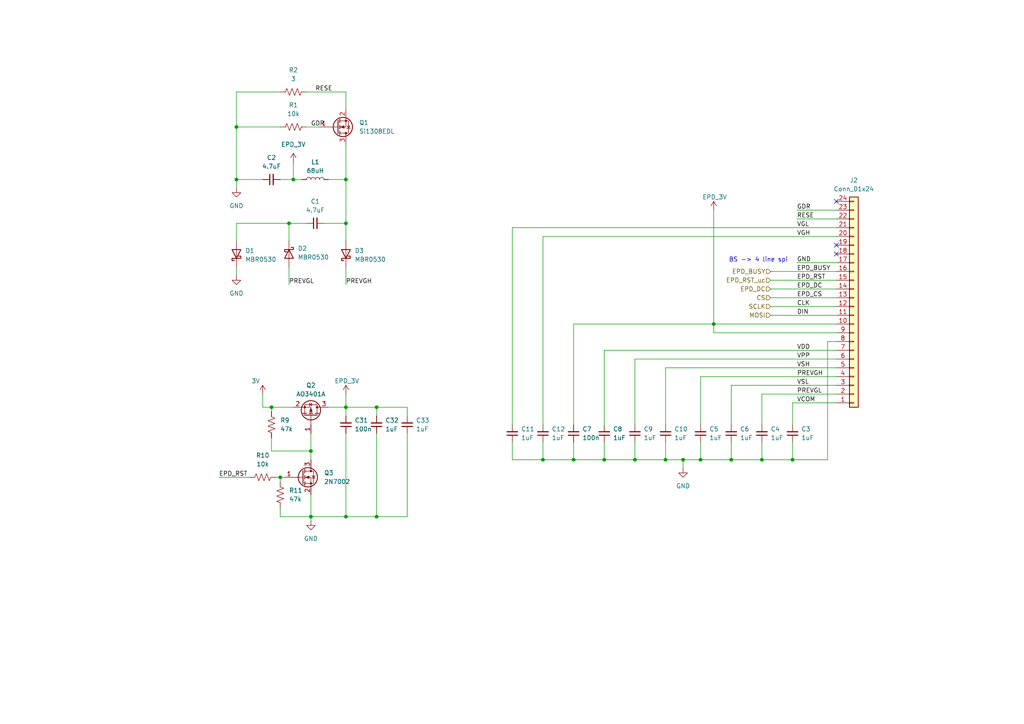
<source format=kicad_sch>
(kicad_sch (version 20231120) (generator "eeschema") (generator_version "8.0")
  (paper "A4")
  (lib_symbols
    (symbol "Connector_Generic:Conn_01x24" (pin_names (offset 1.016) hide)
      (property "Reference" "J" (at 0 30.48 0))
      (property "Value" "Conn_01x24" (at 0 -33.02 0))
      (symbol "Conn_01x24_1_1"
        (rectangle (start -1.27 -30.353) (end 0 -30.607) (stroke (width 0.1524)))
        (rectangle (start -1.27 -27.813) (end 0 -28.067) (stroke (width 0.1524)))
        (rectangle (start -1.27 -25.273) (end 0 -25.527) (stroke (width 0.1524)))
        (rectangle (start -1.27 -22.733) (end 0 -22.987) (stroke (width 0.1524)))
        (rectangle (start -1.27 -20.193) (end 0 -20.447) (stroke (width 0.1524)))
        (rectangle (start -1.27 -17.653) (end 0 -17.907) (stroke (width 0.1524)))
        (rectangle (start -1.27 -15.113) (end 0 -15.367) (stroke (width 0.1524)))
        (rectangle (start -1.27 -12.573) (end 0 -12.827) (stroke (width 0.1524)))
        (rectangle (start -1.27 -10.033) (end 0 -10.287) (stroke (width 0.1524)))
        (rectangle (start -1.27 -7.493) (end 0 -7.747) (stroke (width 0.1524)))
        (rectangle (start -1.27 -4.953) (end 0 -5.207) (stroke (width 0.1524)))
        (rectangle (start -1.27 -2.413) (end 0 -2.667) (stroke (width 0.1524)))
        (rectangle (start -1.27 0.127) (end 0 -0.127) (stroke (width 0.1524)))
        (rectangle (start -1.27 2.667) (end 0 2.413) (stroke (width 0.1524)))
        (rectangle (start -1.27 5.207) (end 0 4.953) (stroke (width 0.1524)))
        (rectangle (start -1.27 7.747) (end 0 7.493) (stroke (width 0.1524)))
        (rectangle (start -1.27 10.287) (end 0 10.033) (stroke (width 0.1524)))
        (rectangle (start -1.27 12.827) (end 0 12.573) (stroke (width 0.1524)))
        (rectangle (start -1.27 15.367) (end 0 15.113) (stroke (width 0.1524)))
        (rectangle (start -1.27 17.907) (end 0 17.653) (stroke (width 0.1524)))
        (rectangle (start -1.27 20.447) (end 0 20.193) (stroke (width 0.1524)))
        (rectangle (start -1.27 22.987) (end 0 22.733) (stroke (width 0.1524)))
        (rectangle (start -1.27 25.527) (end 0 25.273) (stroke (width 0.1524)))
        (rectangle (start -1.27 28.067) (end 0 27.813) (stroke (width 0.1524)))
        (rectangle (start -1.27 29.21) (end 1.27 -31.75) (stroke (width 0.254)) (fill (type background)))
        (pin passive line (at -5.08 27.94 0) (length 3.81) (name "Pin_1") (number "1"))
        (pin passive line (at -5.08 5.08 0) (length 3.81) (name "Pin_10") (number "10"))
        (pin passive line (at -5.08 2.54 0) (length 3.81) (name "Pin_11") (number "11"))
        (pin passive line (at -5.08 0 0) (length 3.81) (name "Pin_12") (number "12"))
        (pin passive line (at -5.08 -2.54 0) (length 3.81) (name "Pin_13") (number "13"))
        (pin passive line (at -5.08 -5.08 0) (length 3.81) (name "Pin_14") (number "14"))
        (pin passive line (at -5.08 -7.62 0) (length 3.81) (name "Pin_15") (number "15"))
        (pin passive line (at -5.08 -10.16 0) (length 3.81) (name "Pin_16") (number "16"))
        (pin passive line (at -5.08 -12.7 0) (length 3.81) (name "Pin_17") (number "17"))
        (pin passive line (at -5.08 -15.24 0) (length 3.81) (name "Pin_18") (number "18"))
        (pin passive line (at -5.08 -17.78 0) (length 3.81) (name "Pin_19") (number "19"))
        (pin passive line (at -5.08 25.4 0) (length 3.81) (name "Pin_2") (number "2"))
        (pin passive line (at -5.08 -20.32 0) (length 3.81) (name "Pin_20") (number "20"))
        (pin passive line (at -5.08 -22.86 0) (length 3.81) (name "Pin_21") (number "21"))
        (pin passive line (at -5.08 -25.4 0) (length 3.81) (name "Pin_22") (number "22"))
        (pin passive line (at -5.08 -27.94 0) (length 3.81) (name "Pin_23") (number "23"))
        (pin passive line (at -5.08 -30.48 0) (length 3.81) (name "Pin_24") (number "24"))
        (pin passive line (at -5.08 22.86 0) (length 3.81) (name "Pin_3") (number "3"))
        (pin passive line (at -5.08 20.32 0) (length 3.81) (name "Pin_4") (number "4"))
        (pin passive line (at -5.08 17.78 0) (length 3.81) (name "Pin_5") (number "5"))
        (pin passive line (at -5.08 15.24 0) (length 3.81) (name "Pin_6") (number "6"))
        (pin passive line (at -5.08 12.7 0) (length 3.81) (name "Pin_7") (number "7"))
        (pin passive line (at -5.08 10.16 0) (length 3.81) (name "Pin_8") (number "8"))
        (pin passive line (at -5.08 7.62 0) (length 3.81) (name "Pin_9") (number "9"))
      )
    )
    (symbol "Device:C_Small" (pin_numbers hide) (pin_names (offset 0.254) hide)
      (property "Reference" "C" (at 0.254 1.778 0))
      (property "Value" "C_Small" (at 0.254 -2.032 0))
      (symbol "C_Small_0_1"
        (polyline (pts (xy -1.524 -0.508) (xy 1.524 -0.508)) (stroke (width 0.3302)))
        (polyline (pts (xy -1.524 0.508) (xy 1.524 0.508)) (stroke (width 0.3048)))
      )
      (symbol "C_Small_1_1"
        (pin passive line (at 0 2.54 270) (length 2.032) (name "~") (number "1"))
        (pin passive line (at 0 -2.54 90) (length 2.032) (name "~") (number "2"))
      )
    )
    (symbol "Device:L" (pin_numbers hide) (pin_names (offset 1.016) hide)
      (property "Reference" "L" (at -1.27 0 90))
      (property "Value" "L" (at 1.905 0 90))
      (symbol "L_0_1"
        (arc (start 0 -2.54) (mid 0.6323 -1.905) (end 0 -1.27))
        (arc (start 0 -1.27) (mid 0.6323 -0.635) (end 0 0))
        (arc (start 0 0) (mid 0.6323 0.635) (end 0 1.27))
        (arc (start 0 1.27) (mid 0.6323 1.905) (end 0 2.54))
      )
      (symbol "L_1_1"
        (pin passive line (at 0 3.81 270) (length 1.27) (name "1") (number "1"))
        (pin passive line (at 0 -3.81 90) (length 1.27) (name "2") (number "2"))
      )
    )
    (symbol "Device:R_US" (pin_numbers hide) (pin_names (offset 0))
      (property "Reference" "R" (at 2.54 0 90))
      (property "Value" "R_US" (at -2.54 0 90))
      (symbol "R_US_0_1"
        (polyline (pts (xy 0 -2.286) (xy 0 -2.54)))
        (polyline (pts (xy 0 2.286) (xy 0 2.54)))
        (polyline (pts (xy 0 -0.762) (xy 1.016 -1.143) (xy 0 -1.524) (xy -1.016 -1.905) (xy 0 -2.286)))
        (polyline (pts (xy 0 0.762) (xy 1.016 0.381) (xy 0 0) (xy -1.016 -0.381) (xy 0 -0.762)))
        (polyline (pts (xy 0 2.286) (xy 1.016 1.905) (xy 0 1.524) (xy -1.016 1.143) (xy 0 0.762)))
      )
      (symbol "R_US_1_1"
        (pin passive line (at 0 3.81 270) (length 1.27) (name "~") (number "1"))
        (pin passive line (at 0 -3.81 90) (length 1.27) (name "~") (number "2"))
      )
    )
    (symbol "Diode:MBR0530" (pin_numbers hide) (pin_names (offset 1.016) hide)
      (property "Reference" "D" (at 0 2.54 0))
      (property "Value" "MBR0530" (at 0 -2.54 0))
      (symbol "MBR0530_0_1"
        (polyline (pts (xy 1.27 0) (xy -1.27 0)))
        (polyline (pts (xy 1.27 1.27) (xy 1.27 -1.27) (xy -1.27 0) (xy 1.27 1.27)) (stroke (width 0.254)))
        (polyline (pts (xy -1.905 0.635) (xy -1.905 1.27) (xy -1.27 1.27) (xy -1.27 -1.27) (xy -0.635 -1.27) (xy -0.635 -0.635)) (stroke (width 0.254)))
      )
      (symbol "MBR0530_1_1"
        (pin passive line (at -3.81 0 0) (length 2.54) (name "K") (number "1"))
        (pin passive line (at 3.81 0 180) (length 2.54) (name "A") (number "2"))
      )
    )
    (symbol "Transistor_FET:2N7002" (pin_names hide)
      (property "Reference" "Q" (at 5.08 1.905 0))
      (property "Value" "2N7002" (at 5.08 0 0))
      (symbol "2N7002_0_1"
        (polyline (pts (xy 0.254 0) (xy -2.54 0)))
        (polyline (pts (xy 0.254 1.905) (xy 0.254 -1.905)) (stroke (width 0.254)))
        (polyline (pts (xy 0.762 -1.27) (xy 0.762 -2.286)) (stroke (width 0.254)))
        (polyline (pts (xy 0.762 0.508) (xy 0.762 -0.508)) (stroke (width 0.254)))
        (polyline (pts (xy 0.762 2.286) (xy 0.762 1.27)) (stroke (width 0.254)))
        (polyline (pts (xy 2.54 2.54) (xy 2.54 1.778)))
        (polyline (pts (xy 2.54 -2.54) (xy 2.54 0) (xy 0.762 0)))
        (polyline (pts (xy 0.762 -1.778) (xy 3.302 -1.778) (xy 3.302 1.778) (xy 0.762 1.778)))
        (polyline (pts (xy 1.016 0) (xy 2.032 0.381) (xy 2.032 -0.381) (xy 1.016 0)) (fill (type outline)))
        (polyline (pts (xy 2.794 0.508) (xy 2.921 0.381) (xy 3.683 0.381) (xy 3.81 0.254)))
        (polyline (pts (xy 3.302 0.381) (xy 2.921 -0.254) (xy 3.683 -0.254) (xy 3.302 0.381)))
        (circle (center 1.651 0) (radius 2.794) (stroke (width 0.254)))
        (circle (center 2.54 -1.778) (radius 0.254) (fill (type outline)))
        (circle (center 2.54 1.778) (radius 0.254) (fill (type outline)))
      )
      (symbol "2N7002_1_1"
        (pin input line (at -5.08 0 0) (length 2.54) (name "G") (number "1"))
        (pin passive line (at 2.54 -5.08 90) (length 2.54) (name "S") (number "2"))
        (pin passive line (at 2.54 5.08 270) (length 2.54) (name "D") (number "3"))
      )
    )
    (symbol "Transistor_FET:AO3401A" (pin_names hide)
      (property "Reference" "Q" (at 5.08 1.905 0))
      (property "Value" "AO3401A" (at 5.08 0 0))
      (symbol "AO3401A_0_1"
        (polyline (pts (xy 0.254 0) (xy -2.54 0)))
        (polyline (pts (xy 0.254 1.905) (xy 0.254 -1.905)) (stroke (width 0.254)))
        (polyline (pts (xy 0.762 -1.27) (xy 0.762 -2.286)) (stroke (width 0.254)))
        (polyline (pts (xy 0.762 0.508) (xy 0.762 -0.508)) (stroke (width 0.254)))
        (polyline (pts (xy 0.762 2.286) (xy 0.762 1.27)) (stroke (width 0.254)))
        (polyline (pts (xy 2.54 2.54) (xy 2.54 1.778)))
        (polyline (pts (xy 2.54 -2.54) (xy 2.54 0) (xy 0.762 0)))
        (polyline (pts (xy 0.762 1.778) (xy 3.302 1.778) (xy 3.302 -1.778) (xy 0.762 -1.778)))
        (polyline (pts (xy 2.286 0) (xy 1.27 0.381) (xy 1.27 -0.381) (xy 2.286 0)) (fill (type outline)))
        (polyline (pts (xy 2.794 -0.508) (xy 2.921 -0.381) (xy 3.683 -0.381) (xy 3.81 -0.254)))
        (polyline (pts (xy 3.302 -0.381) (xy 2.921 0.254) (xy 3.683 0.254) (xy 3.302 -0.381)))
        (circle (center 1.651 0) (radius 2.794) (stroke (width 0.254)))
        (circle (center 2.54 -1.778) (radius 0.254) (fill (type outline)))
        (circle (center 2.54 1.778) (radius 0.254) (fill (type outline)))
      )
      (symbol "AO3401A_1_1"
        (pin input line (at -5.08 0 0) (length 2.54) (name "G") (number "1"))
        (pin passive line (at 2.54 -5.08 90) (length 2.54) (name "S") (number "2"))
        (pin passive line (at 2.54 5.08 270) (length 2.54) (name "D") (number "3"))
      )
    )
    (symbol "Transistor_FET:Si1308EDL" (pin_names hide)
      (property "Reference" "Q" (at 5.08 1.905 0))
      (property "Value" "Si1308EDL" (at 5.08 0 0))
      (symbol "Si1308EDL_0_1"
        (polyline (pts (xy 0.254 0) (xy -2.54 0)))
        (polyline (pts (xy 0.254 1.905) (xy 0.254 -1.905)) (stroke (width 0.254)))
        (polyline (pts (xy 0.762 -1.27) (xy 0.762 -2.286)) (stroke (width 0.254)))
        (polyline (pts (xy 0.762 0.508) (xy 0.762 -0.508)) (stroke (width 0.254)))
        (polyline (pts (xy 0.762 2.286) (xy 0.762 1.27)) (stroke (width 0.254)))
        (polyline (pts (xy 2.54 2.54) (xy 2.54 1.778)))
        (polyline (pts (xy 2.54 -2.54) (xy 2.54 0) (xy 0.762 0)))
        (polyline (pts (xy 0.762 -1.778) (xy 3.302 -1.778) (xy 3.302 1.778) (xy 0.762 1.778)))
        (polyline (pts (xy 1.016 0) (xy 2.032 0.381) (xy 2.032 -0.381) (xy 1.016 0)) (fill (type outline)))
        (polyline (pts (xy 2.794 0.508) (xy 2.921 0.381) (xy 3.683 0.381) (xy 3.81 0.254)))
        (polyline (pts (xy 3.302 0.381) (xy 2.921 -0.254) (xy 3.683 -0.254) (xy 3.302 0.381)))
        (circle (center 1.651 0) (radius 2.794) (stroke (width 0.254)))
        (circle (center 2.54 -1.778) (radius 0.254) (fill (type outline)))
        (circle (center 2.54 1.778) (radius 0.254) (fill (type outline)))
      )
      (symbol "Si1308EDL_1_1"
        (pin input line (at -5.08 0 0) (length 2.54) (name "G") (number "1"))
        (pin passive line (at 2.54 -5.08 90) (length 2.54) (name "S") (number "2"))
        (pin passive line (at 2.54 5.08 270) (length 2.54) (name "D") (number "3"))
      )
    )
    (symbol "power:+3V0" (power) (pin_numbers hide) (pin_names (offset 0) hide)
      (property "Value" "+3V0" (at 0 3.556 0))
      (symbol "+3V0_0_1"
        (polyline (pts (xy -0.762 1.27) (xy 0 2.54)))
        (polyline (pts (xy 0 0) (xy 0 2.54)))
        (polyline (pts (xy 0 2.54) (xy 0.762 1.27)))
      )
      (symbol "+3V0_1_1"
        (pin power_in line (at 0 0 90) (length 0) (name "~") (number "1"))
      )
    )
    (symbol "power:GND" (power) (pin_numbers hide) (pin_names (offset 0) hide)
      (property "Value" "GND" (at 0 -3.81 0))
      (symbol "GND_0_1"
        (polyline (pts (xy 0 0) (xy 0 -1.27) (xy 1.27 -1.27) (xy 0 -2.54) (xy -1.27 -1.27) (xy 0 -1.27)))
      )
      (symbol "GND_1_1"
        (pin power_in line (at 0 0 270) (length 0) (name "~") (number "1"))
      )
    )
  )
  (junction (at 207.01 93.98))
  (junction (at 100.33 118.11))
  (junction (at 100.33 149.86))
  (junction (at 203.2 133.35))
  (junction (at 109.22 149.86))
  (junction (at 78.74 118.11))
  (junction (at 81.28 138.43))
  (junction (at 184.15 133.35))
  (junction (at 166.37 133.35))
  (junction (at 109.22 118.11))
  (junction (at 212.09 133.35))
  (junction (at 83.82 64.77))
  (junction (at 90.17 130.81))
  (junction (at 68.58 36.83))
  (junction (at 68.58 52.07))
  (junction (at 198.12 133.35))
  (junction (at 90.17 149.86))
  (junction (at 85.09 52.07))
  (junction (at 229.87 133.35))
  (junction (at 175.26 133.35))
  (junction (at 157.48 133.35))
  (junction (at 100.33 52.07))
  (junction (at 220.98 133.35))
  (junction (at 193.04 133.35))
  (junction (at 100.33 64.77))
  (no_connect (at 242.57 71.12))
  (no_connect (at 242.57 58.42))
  (no_connect (at 242.57 73.66))
  (wire (pts (xy 118.11 149.86) (xy 109.22 149.86)))
  (wire (pts (xy 90.17 149.86) (xy 90.17 151.13)))
  (wire (pts (xy 78.74 127) (xy 78.74 130.81)))
  (wire (pts (xy 148.59 66.04) (xy 242.57 66.04)))
  (wire (pts (xy 207.01 93.98) (xy 207.01 96.52)))
  (wire (pts (xy 63.5 138.43) (xy 72.39 138.43)))
  (wire (pts (xy 81.28 147.32) (xy 81.28 149.86)))
  (wire (pts (xy 193.04 128.27) (xy 193.04 133.35)))
  (wire (pts (xy 85.09 46.99) (xy 85.09 52.07)))
  (wire (pts (xy 148.59 128.27) (xy 148.59 133.35)))
  (wire (pts (xy 212.09 128.27) (xy 212.09 133.35)))
  (wire (pts (xy 223.52 81.28) (xy 242.57 81.28)))
  (wire (pts (xy 80.01 138.43) (xy 81.28 138.43)))
  (wire (pts (xy 220.98 114.3) (xy 220.98 123.19)))
  (wire (pts (xy 76.2 114.3) (xy 76.2 118.11)))
  (wire (pts (xy 166.37 133.35) (xy 175.26 133.35)))
  (wire (pts (xy 83.82 64.77) (xy 83.82 69.85)))
  (wire (pts (xy 83.82 64.77) (xy 88.9 64.77)))
  (wire (pts (xy 78.74 118.11) (xy 85.09 118.11)))
  (wire (pts (xy 109.22 125.73) (xy 109.22 149.86)))
  (wire (pts (xy 198.12 133.35) (xy 203.2 133.35)))
  (wire (pts (xy 229.87 123.19) (xy 229.87 116.84)))
  (wire (pts (xy 203.2 133.35) (xy 212.09 133.35)))
  (wire (pts (xy 242.57 99.06) (xy 240.03 99.06)))
  (wire (pts (xy 95.25 118.11) (xy 100.33 118.11)))
  (wire (pts (xy 68.58 77.47) (xy 68.58 80.01)))
  (wire (pts (xy 223.52 91.44) (xy 242.57 91.44)))
  (wire (pts (xy 212.09 111.76) (xy 212.09 123.19)))
  (wire (pts (xy 118.11 118.11) (xy 109.22 118.11)))
  (wire (pts (xy 184.15 104.14) (xy 184.15 123.19)))
  (wire (pts (xy 109.22 149.86) (xy 100.33 149.86)))
  (wire (pts (xy 207.01 60.96) (xy 207.01 93.98)))
  (wire (pts (xy 231.14 63.5) (xy 242.57 63.5)))
  (wire (pts (xy 100.33 120.65) (xy 100.33 118.11)))
  (wire (pts (xy 242.57 101.6) (xy 175.26 101.6)))
  (wire (pts (xy 223.52 86.36) (xy 242.57 86.36)))
  (wire (pts (xy 100.33 64.77) (xy 100.33 69.85)))
  (wire (pts (xy 88.9 26.67) (xy 100.33 26.67)))
  (wire (pts (xy 242.57 111.76) (xy 212.09 111.76)))
  (wire (pts (xy 90.17 143.51) (xy 90.17 149.86)))
  (wire (pts (xy 68.58 26.67) (xy 68.58 36.83)))
  (wire (pts (xy 90.17 130.81) (xy 90.17 125.73)))
  (wire (pts (xy 68.58 69.85) (xy 68.58 64.77)))
  (wire (pts (xy 68.58 52.07) (xy 76.2 52.07)))
  (wire (pts (xy 223.52 88.9) (xy 242.57 88.9)))
  (wire (pts (xy 229.87 116.84) (xy 242.57 116.84)))
  (wire (pts (xy 242.57 114.3) (xy 220.98 114.3)))
  (wire (pts (xy 118.11 120.65) (xy 118.11 118.11)))
  (wire (pts (xy 203.2 109.22) (xy 203.2 123.19)))
  (wire (pts (xy 175.26 101.6) (xy 175.26 123.19)))
  (wire (pts (xy 90.17 130.81) (xy 90.17 133.35)))
  (wire (pts (xy 184.15 128.27) (xy 184.15 133.35)))
  (wire (pts (xy 93.98 64.77) (xy 100.33 64.77)))
  (wire (pts (xy 193.04 123.19) (xy 193.04 106.68)))
  (wire (pts (xy 223.52 83.82) (xy 242.57 83.82)))
  (wire (pts (xy 157.48 68.58) (xy 242.57 68.58)))
  (wire (pts (xy 198.12 133.35) (xy 198.12 135.89)))
  (wire (pts (xy 148.59 133.35) (xy 157.48 133.35)))
  (wire (pts (xy 175.26 128.27) (xy 175.26 133.35)))
  (wire (pts (xy 68.58 64.77) (xy 83.82 64.77)))
  (wire (pts (xy 100.33 52.07) (xy 100.33 64.77)))
  (wire (pts (xy 242.57 104.14) (xy 184.15 104.14)))
  (wire (pts (xy 100.33 41.91) (xy 100.33 52.07)))
  (wire (pts (xy 100.33 114.3) (xy 100.33 118.11)))
  (wire (pts (xy 193.04 106.68) (xy 242.57 106.68)))
  (wire (pts (xy 166.37 93.98) (xy 207.01 93.98)))
  (wire (pts (xy 184.15 133.35) (xy 193.04 133.35)))
  (wire (pts (xy 118.11 125.73) (xy 118.11 149.86)))
  (wire (pts (xy 78.74 119.38) (xy 78.74 118.11)))
  (wire (pts (xy 81.28 149.86) (xy 90.17 149.86)))
  (wire (pts (xy 148.59 66.04) (xy 148.59 123.19)))
  (wire (pts (xy 100.33 125.73) (xy 100.33 149.86)))
  (wire (pts (xy 220.98 133.35) (xy 229.87 133.35)))
  (wire (pts (xy 85.09 52.07) (xy 87.63 52.07)))
  (wire (pts (xy 166.37 128.27) (xy 166.37 133.35)))
  (wire (pts (xy 166.37 93.98) (xy 166.37 123.19)))
  (wire (pts (xy 157.48 128.27) (xy 157.48 133.35)))
  (wire (pts (xy 203.2 128.27) (xy 203.2 133.35)))
  (wire (pts (xy 207.01 93.98) (xy 242.57 93.98)))
  (wire (pts (xy 100.33 82.55) (xy 100.33 77.47)))
  (wire (pts (xy 212.09 133.35) (xy 220.98 133.35)))
  (wire (pts (xy 95.25 52.07) (xy 100.33 52.07)))
  (wire (pts (xy 109.22 120.65) (xy 109.22 118.11)))
  (wire (pts (xy 157.48 133.35) (xy 166.37 133.35)))
  (wire (pts (xy 242.57 109.22) (xy 203.2 109.22)))
  (wire (pts (xy 223.52 78.74) (xy 242.57 78.74)))
  (wire (pts (xy 220.98 128.27) (xy 220.98 133.35)))
  (wire (pts (xy 100.33 149.86) (xy 90.17 149.86)))
  (wire (pts (xy 78.74 130.81) (xy 90.17 130.81)))
  (wire (pts (xy 76.2 118.11) (xy 78.74 118.11)))
  (wire (pts (xy 229.87 133.35) (xy 229.87 128.27)))
  (wire (pts (xy 175.26 133.35) (xy 184.15 133.35)))
  (wire (pts (xy 100.33 26.67) (xy 100.33 31.75)))
  (wire (pts (xy 240.03 99.06) (xy 240.03 133.35)))
  (wire (pts (xy 231.14 76.2) (xy 242.57 76.2)))
  (wire (pts (xy 81.28 52.07) (xy 85.09 52.07)))
  (wire (pts (xy 109.22 118.11) (xy 100.33 118.11)))
  (wire (pts (xy 81.28 36.83) (xy 68.58 36.83)))
  (wire (pts (xy 68.58 36.83) (xy 68.58 52.07)))
  (wire (pts (xy 81.28 138.43) (xy 81.28 139.7)))
  (wire (pts (xy 240.03 133.35) (xy 229.87 133.35)))
  (wire (pts (xy 81.28 138.43) (xy 82.55 138.43)))
  (wire (pts (xy 231.14 60.96) (xy 242.57 60.96)))
  (wire (pts (xy 207.01 96.52) (xy 242.57 96.52)))
  (wire (pts (xy 157.48 123.19) (xy 157.48 68.58)))
  (wire (pts (xy 88.9 36.83) (xy 92.71 36.83)))
  (wire (pts (xy 68.58 54.61) (xy 68.58 52.07)))
  (wire (pts (xy 193.04 133.35) (xy 198.12 133.35)))
  (wire (pts (xy 81.28 26.67) (xy 68.58 26.67)))
  (wire (pts (xy 83.82 82.55) (xy 83.82 77.47)))
  (text "BS -> 4 line spi" (at 219.964 75.438 0) (effects (font (size 1.27 1.27))))
  (label "EPD_CS" (at 231.14 86.36 0))
  (label "EPD_RST" (at 231.14 81.28 0))
  (label "GDR" (at 90.17 36.83 0))
  (label "PREVGL" (at 83.82 82.55 0))
  (label "GDR" (at 231.14 60.96 0))
  (label "RESE" (at 91.44 26.67 0))
  (label "PREVGH" (at 231.14 109.22 0))
  (label "VCOM" (at 231.14 116.84 0))
  (label "VSL" (at 231.14 111.76 0))
  (label "VGH" (at 231.14 68.58 0))
  (label "VPP" (at 231.14 104.14 0))
  (label "VSH" (at 231.14 106.68 0))
  (label "VGL" (at 231.14 66.04 0))
  (label "PREVGL" (at 231.14 114.3 0))
  (label "RESE" (at 231.14 63.5 0))
  (label "PREVGH" (at 100.33 82.55 0))
  (label "EPD_RST" (at 63.5 138.43 0))
  (label "DIN" (at 231.14 91.44 0))
  (label "EPD_BUSY" (at 231.14 78.74 0))
  (label "VDD" (at 231.14 101.6 0))
  (label "GND" (at 231.14 76.2 0))
  (label "EPD_DC" (at 231.14 83.82 0))
  (label "CLK" (at 231.14 88.9 0))
  (hierarchical_label "EPD_BUSY" (shape input) (at 223.52 78.74 180))
  (hierarchical_label "SCLK" (shape input) (at 223.52 88.9 180))
  (hierarchical_label "EPD_DC" (shape input) (at 223.52 83.82 180))
  (hierarchical_label "CS" (shape input) (at 223.52 86.36 180))
  (hierarchical_label "EPD_RST_uc" (shape input) (at 223.52 81.28 180))
  (hierarchical_label "MOSI" (shape input) (at 223.52 91.44 180))
  (symbol (lib_id "Device:C_Small") (at 157.48 125.73 180) (unit 1)
    (property "Reference" "C12" (at 160.02 124.4535 0) (effects (justify right)))
    (property "Value" "1uF" (at 160.02 126.9935 0) (effects (justify right)))
    (property "Footprint" "Capacitor_SMD:C_0402_1005Metric" (effects (hide yes)))
    (property "Description" "Unpolarized capacitor, small symbol" (effects (hide yes)))
    (property "MPN" " C52923" (effects (hide yes)))
  )
  (symbol (lib_id "power:GND") (at 90.17 151.13 0) (unit 1)
    (property "Reference" "#PWR029" (effects (hide yes)))
    (property "Value" "GND" (at 90.17 156.21 0))
    (property "Description" "Power symbol creates a global label with name \"GND\" , ground" (effects (hide yes)))
  )
  (symbol (lib_id "power:+3V0") (at 100.33 114.3 0) (unit 1)
    (property "Reference" "#PWR030" (effects (hide yes)))
    (property "Value" "EPD_3V" (at 97.028 110.49 0) (effects (justify left)))
    (property "Description" "Power symbol creates a global label with name \"+3V0\"" (effects (hide yes)))
  )
  (symbol (lib_id "Device:C_Small") (at 193.04 125.73 180) (unit 1)
    (property "Reference" "C10" (at 195.58 124.4535 0) (effects (justify right)))
    (property "Value" "1uF" (at 195.58 126.9935 0) (effects (justify right)))
    (property "Footprint" "Capacitor_SMD:C_0402_1005Metric" (effects (hide yes)))
    (property "Description" "Unpolarized capacitor, small symbol" (effects (hide yes)))
    (property "MPN" " C52923" (effects (hide yes)))
  )
  (symbol (lib_id "Device:C_Small") (at 109.22 123.19 180) (unit 1)
    (property "Reference" "C32" (at 111.76 121.9135 0) (effects (justify right)))
    (property "Value" "1uF" (at 111.76 124.4535 0) (effects (justify right)))
    (property "Footprint" "Capacitor_SMD:C_0402_1005Metric" (effects (hide yes)))
    (property "Description" "Unpolarized capacitor, small symbol" (effects (hide yes)))
    (property "MPN" " C52923" (effects (hide yes)))
  )
  (symbol (lib_id "power:+3V0") (at 207.01 60.96 0) (unit 1)
    (property "Reference" "#PWR05" (effects (hide yes)))
    (property "Value" "EPD_3V" (at 203.708 57.15 0) (effects (justify left)))
    (property "Description" "Power symbol creates a global label with name \"+3V0\"" (effects (hide yes)))
  )
  (symbol (lib_id "Device:C_Small") (at 91.44 64.77 90) (unit 1)
    (property "Reference" "C1" (at 91.4463 58.42 90))
    (property "Value" "4.7uF" (at 91.4463 60.96 90))
    (property "Footprint" "Capacitor_SMD:C_0805_2012Metric" (effects (hide yes)))
    (property "Description" "Unpolarized capacitor, small symbol" (effects (hide yes)))
    (property "MPN" "C98192" (effects (hide yes)))
  )
  (symbol (lib_id "Diode:MBR0530") (at 83.82 73.66 270) (unit 1)
    (property "Reference" "D2" (at 86.36 72.0724 90) (effects (justify left)))
    (property "Value" "MBR0530" (at 86.36 74.6124 90) (effects (justify left)))
    (property "Footprint" "Diode_SMD:D_SOD-123" (effects (hide yes)))
    (property "Datasheet" "http://www.mccsemi.com/up_pdf/MBR0520~MBR0580(SOD123).pdf" (effects (hide yes)))
    (property "Description" "30V 0.5A Schottky Power Rectifier Diode, SOD-123" (effects (hide yes)))
    (property "MPN" "C475718" (effects (hide yes)))
  )
  (symbol (lib_id "Device:R_US") (at 81.28 143.51 180) (unit 1)
    (property "Reference" "R11" (at 83.82 142.2399 0) (effects (justify right)))
    (property "Value" "47k" (at 83.82 144.7799 0) (effects (justify right)))
    (property "Footprint" "Resistor_SMD:R_0402_1005Metric" (effects (hide yes)))
    (property "Description" "Resistor, US symbol" (effects (hide yes)))
    (property "MPN" " C25792" (effects (hide yes)))
  )
  (symbol (lib_id "Device:C_Small") (at 175.26 125.73 180) (unit 1)
    (property "Reference" "C8" (at 177.8 124.4535 0) (effects (justify right)))
    (property "Value" "1uF" (at 177.8 126.9935 0) (effects (justify right)))
    (property "Footprint" "Capacitor_SMD:C_0402_1005Metric" (effects (hide yes)))
    (property "Description" "Unpolarized capacitor, small symbol" (effects (hide yes)))
    (property "MPN" " C52923" (effects (hide yes)))
  )
  (symbol (lib_id "Device:C_Small") (at 118.11 123.19 180) (unit 1)
    (property "Reference" "C33" (at 120.65 121.9135 0) (effects (justify right)))
    (property "Value" "1uF" (at 120.65 124.4535 0) (effects (justify right)))
    (property "Footprint" "Capacitor_SMD:C_0402_1005Metric" (effects (hide yes)))
    (property "Description" "Unpolarized capacitor, small symbol" (effects (hide yes)))
    (property "MPN" " C52923" (effects (hide yes)))
  )
  (symbol (lib_id "Transistor_FET:2N7002") (at 87.63 138.43 0) (unit 1)
    (property "Reference" "Q3" (at 93.98 137.1599 0) (effects (justify left)))
    (property "Value" "2N7002" (at 93.98 139.6999 0) (effects (justify left)))
    (property "Footprint" "Package_TO_SOT_SMD:SOT-23" (effects (hide yes)))
    (property "Datasheet" "https://www.onsemi.com/pub/Collateral/NDS7002A-D.PDF" (effects (hide yes)))
    (property "Description" "0.115A Id, 60V Vds, N-Channel MOSFET, SOT-23" (effects (hide yes)))
    (property "MPN" "C8545" (effects (hide yes)))
  )
  (symbol (lib_id "Device:L") (at 91.44 52.07 90) (unit 1)
    (property "Reference" "L1" (at 91.44 46.99 90))
    (property "Value" "68uH" (at 91.44 49.53 90))
    (property "Footprint" "Inductor_SMD:L_1812_4532Metric" (effects (hide yes)))
    (property "Description" "Inductor" (effects (hide yes)))
    (property "MPN" " C394131" (effects (hide yes)))
  )
  (symbol (lib_id "Diode:MBR0530") (at 68.58 73.66 90) (unit 1)
    (property "Reference" "D1" (at 71.12 72.7074 90) (effects (justify right)))
    (property "Value" "MBR0530" (at 71.12 75.2474 90) (effects (justify right)))
    (property "Footprint" "Diode_SMD:D_SOD-123" (effects (hide yes)))
    (property "Datasheet" "http://www.mccsemi.com/up_pdf/MBR0520~MBR0580(SOD123).pdf" (effects (hide yes)))
    (property "Description" "30V 0.5A Schottky Power Rectifier Diode, SOD-123" (effects (hide yes)))
    (property "MPN" "C475718" (effects (hide yes)))
  )
  (symbol (lib_id "Transistor_FET:Si1308EDL") (at 97.79 36.83 0) (mirror x) (unit 1)
    (property "Reference" "Q1" (at 104.14 35.5599 0) (effects (justify left)))
    (property "Value" "Si1308EDL" (at 104.14 38.0999 0) (effects (justify left)))
    (property "Footprint" "Package_TO_SOT_SMD:SOT-323_SC-70" (effects (hide yes)))
    (property "Datasheet" "https://www.vishay.com/docs/63399/si1308edl.pdf" (effects (hide yes)))
    (property "Description" "30V Vds, 1.4A Id, N-Channel MOSFET, SC-70" (effects (hide yes)))
    (property "MPN" "C4355112" (effects (hide yes)))
  )
  (symbol (lib_id "Device:R_US") (at 78.74 123.19 180) (unit 1)
    (property "Reference" "R9" (at 81.28 121.9199 0) (effects (justify right)))
    (property "Value" "47k" (at 81.28 124.4599 0) (effects (justify right)))
    (property "Footprint" "Resistor_SMD:R_0402_1005Metric" (effects (hide yes)))
    (property "Description" "Resistor, US symbol" (effects (hide yes)))
    (property "MPN" " C25792" (effects (hide yes)))
  )
  (symbol (lib_id "Transistor_FET:AO3401A") (at 90.17 120.65 270) (mirror x) (unit 1)
    (property "Reference" "Q2" (at 90.17 111.76 90))
    (property "Value" "AO3401A" (at 90.17 114.3 90))
    (property "Footprint" "Package_TO_SOT_SMD:SOT-23" (effects (hide yes)))
    (property "Datasheet" "http://www.aosmd.com/pdfs/datasheet/AO3401A.pdf" (effects (hide yes)))
    (property "Description" "-4.0A Id, -30V Vds, P-Channel MOSFET, SOT-23" (effects (hide yes)))
    (property "MPN" "C15127" (effects (hide yes)))
  )
  (symbol (lib_id "power:GND") (at 68.58 54.61 0) (unit 1)
    (property "Reference" "#PWR02" (effects (hide yes)))
    (property "Value" "GND" (at 68.58 59.69 0))
    (property "Description" "Power symbol creates a global label with name \"GND\" , ground" (effects (hide yes)))
  )
  (symbol (lib_id "Device:C_Small") (at 229.87 125.73 180) (unit 1)
    (property "Reference" "C3" (at 232.41 124.4535 0) (effects (justify right)))
    (property "Value" "1uF" (at 232.41 126.9935 0) (effects (justify right)))
    (property "Footprint" "Capacitor_SMD:C_0402_1005Metric" (effects (hide yes)))
    (property "Description" "Unpolarized capacitor, small symbol" (effects (hide yes)))
    (property "MPN" " C52923" (effects (hide yes)))
  )
  (symbol (lib_id "Device:R_US") (at 76.2 138.43 270) (unit 1)
    (property "Reference" "R10" (at 76.2 132.08 90))
    (property "Value" "10k" (at 76.2 134.62 90))
    (property "Footprint" "Resistor_SMD:R_0402_1005Metric" (effects (hide yes)))
    (property "Description" "Resistor, US symbol" (effects (hide yes)))
    (property "MPN" "C25744" (effects (hide yes)))
  )
  (symbol (lib_id "Device:R_US") (at 85.09 36.83 90) (unit 1)
    (property "Reference" "R1" (at 85.09 30.48 90))
    (property "Value" "10k" (at 85.09 33.02 90))
    (property "Footprint" "Resistor_SMD:R_0402_1005Metric" (effects (hide yes)))
    (property "Description" "Resistor, US symbol" (effects (hide yes)))
    (property "MPN" "C25744" (effects (hide yes)))
  )
  (symbol (lib_id "power:GND") (at 198.12 135.89 0) (unit 1)
    (property "Reference" "#PWR03" (effects (hide yes)))
    (property "Value" "GND" (at 198.12 140.97 0))
    (property "Description" "Power symbol creates a global label with name \"GND\" , ground" (effects (hide yes)))
  )
  (symbol (lib_id "Connector_Generic:Conn_01x24") (at 247.65 88.9 0) (mirror x) (unit 1)
    (property "Reference" "J2" (at 247.65 52.2809 0))
    (property "Value" "Conn_01x24" (at 247.65 54.8209 0))
    (property "Footprint" "Connector_FFC-FPC:Hirose_FH12-24S-0.5SH_1x24-1MP_P0.50mm_Horizontal" (effects (hide yes)))
    (property "Description" "Generic connector, single row, 01x24, script generated (kicad-library-utils/schlib/autogen/connector/)" (effects (hide yes)))
    (property "MPN" "C262669" (effects (hide yes)))
  )
  (symbol (lib_id "Device:C_Small") (at 220.98 125.73 180) (unit 1)
    (property "Reference" "C4" (at 223.52 124.4535 0) (effects (justify right)))
    (property "Value" "1uF" (at 223.52 126.9935 0) (effects (justify right)))
    (property "Footprint" "Capacitor_SMD:C_0402_1005Metric" (effects (hide yes)))
    (property "Description" "Unpolarized capacitor, small symbol" (effects (hide yes)))
    (property "MPN" " C52923" (effects (hide yes)))
  )
  (symbol (lib_id "Device:R_US") (at 85.09 26.67 90) (unit 1)
    (property "Reference" "R2" (at 85.09 20.32 90))
    (property "Value" "3" (at 85.09 22.86 90))
    (property "Footprint" "Resistor_SMD:R_0402_1005Metric" (effects (hide yes)))
    (property "Description" "Resistor, US symbol" (effects (hide yes)))
    (property "MPN" "C321178" (effects (hide yes)))
  )
  (symbol (lib_id "power:+3V0") (at 85.09 46.99 0) (unit 1)
    (property "Reference" "#PWR04" (effects (hide yes)))
    (property "Value" "EPD_3V" (at 85.09 41.91 0))
    (property "Description" "Power symbol creates a global label with name \"+3V0\"" (effects (hide yes)))
  )
  (symbol (lib_id "Device:C_Small") (at 203.2 125.73 180) (unit 1)
    (property "Reference" "C5" (at 205.74 124.4535 0) (effects (justify right)))
    (property "Value" "1uF" (at 205.74 126.9935 0) (effects (justify right)))
    (property "Footprint" "Capacitor_SMD:C_0402_1005Metric" (effects (hide yes)))
    (property "Description" "Unpolarized capacitor, small symbol" (effects (hide yes)))
    (property "MPN" " C52923" (effects (hide yes)))
  )
  (symbol (lib_id "Device:C_Small") (at 100.33 123.19 180) (unit 1)
    (property "Reference" "C31" (at 102.87 121.9135 0) (effects (justify right)))
    (property "Value" "100n" (at 102.87 124.4535 0) (effects (justify right)))
    (property "Footprint" "Capacitor_SMD:C_0402_1005Metric" (effects (hide yes)))
    (property "Description" "Unpolarized capacitor, small symbol" (effects (hide yes)))
    (property "MPN" "C307331" (effects (hide yes)))
  )
  (symbol (lib_id "Device:C_Small") (at 78.74 52.07 90) (unit 1)
    (property "Reference" "C2" (at 78.7463 45.72 90))
    (property "Value" "4.7uF" (at 78.7463 48.26 90))
    (property "Footprint" "Capacitor_SMD:C_0402_1005Metric" (effects (hide yes)))
    (property "Description" "Unpolarized capacitor, small symbol" (effects (hide yes)))
    (property "MPN" " C23733" (effects (hide yes)))
  )
  (symbol (lib_id "Device:C_Small") (at 166.37 125.73 180) (unit 1)
    (property "Reference" "C7" (at 168.91 124.4535 0) (effects (justify right)))
    (property "Value" "100n" (at 168.91 126.9935 0) (effects (justify right)))
    (property "Footprint" "Capacitor_SMD:C_0402_1005Metric" (effects (hide yes)))
    (property "Description" "Unpolarized capacitor, small symbol" (effects (hide yes)))
    (property "MPN" "C307331" (effects (hide yes)))
  )
  (symbol (lib_id "Device:C_Small") (at 212.09 125.73 180) (unit 1)
    (property "Reference" "C6" (at 214.63 124.4535 0) (effects (justify right)))
    (property "Value" "1uF" (at 214.63 126.9935 0) (effects (justify right)))
    (property "Footprint" "Capacitor_SMD:C_0402_1005Metric" (effects (hide yes)))
    (property "Description" "Unpolarized capacitor, small symbol" (effects (hide yes)))
    (property "MPN" " C52923" (effects (hide yes)))
  )
  (symbol (lib_id "Diode:MBR0530") (at 100.33 73.66 90) (unit 1)
    (property "Reference" "D3" (at 102.87 72.7074 90) (effects (justify right)))
    (property "Value" "MBR0530" (at 102.87 75.2474 90) (effects (justify right)))
    (property "Footprint" "Diode_SMD:D_SOD-123" (effects (hide yes)))
    (property "Datasheet" "http://www.mccsemi.com/up_pdf/MBR0520~MBR0580(SOD123).pdf" (effects (hide yes)))
    (property "Description" "30V 0.5A Schottky Power Rectifier Diode, SOD-123" (effects (hide yes)))
    (property "MPN" "C475718" (effects (hide yes)))
  )
  (symbol (lib_id "power:GND") (at 68.58 80.01 0) (unit 1)
    (property "Reference" "#PWR01" (effects (hide yes)))
    (property "Value" "GND" (at 68.58 85.09 0))
    (property "Description" "Power symbol creates a global label with name \"GND\" , ground" (effects (hide yes)))
  )
  (symbol (lib_id "Device:C_Small") (at 184.15 125.73 180) (unit 1)
    (property "Reference" "C9" (at 186.69 124.4535 0) (effects (justify right)))
    (property "Value" "1uF" (at 186.69 126.9935 0) (effects (justify right)))
    (property "Footprint" "Capacitor_SMD:C_0402_1005Metric" (effects (hide yes)))
    (property "Description" "Unpolarized capacitor, small symbol" (effects (hide yes)))
    (property "MPN" " C52923" (effects (hide yes)))
  )
  (symbol (lib_id "Device:C_Small") (at 148.59 125.73 180) (unit 1)
    (property "Reference" "C11" (at 151.13 124.4535 0) (effects (justify right)))
    (property "Value" "1uF" (at 151.13 126.9935 0) (effects (justify right)))
    (property "Footprint" "Capacitor_SMD:C_0402_1005Metric" (effects (hide yes)))
    (property "Description" "Unpolarized capacitor, small symbol" (effects (hide yes)))
    (property "MPN" " C52923" (effects (hide yes)))
  )
  (symbol (lib_id "power:+3V0") (at 76.2 114.3 0) (unit 1)
    (property "Reference" "#PWR031" (effects (hide yes)))
    (property "Value" "3V" (at 72.898 110.49 0) (effects (justify left)))
    (property "Description" "Power symbol creates a global label with name \"+3V0\"" (effects (hide yes)))
  )
)
</source>
